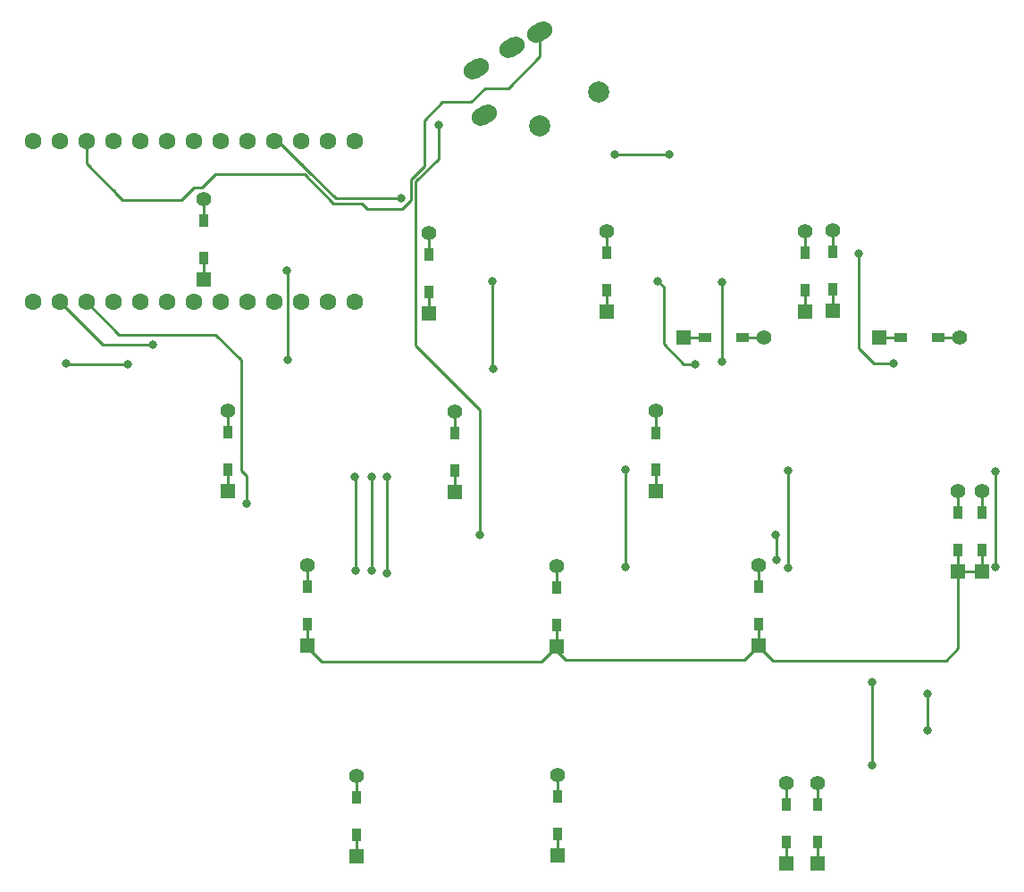
<source format=gbr>
G04 #@! TF.GenerationSoftware,KiCad,Pcbnew,7.0.8*
G04 #@! TF.CreationDate,2024-02-12T18:05:53+09:00*
G04 #@! TF.ProjectId,cool939v2,636f6f6c-3933-4397-9632-2e6b69636164,rev?*
G04 #@! TF.SameCoordinates,Original*
G04 #@! TF.FileFunction,Copper,L1,Top*
G04 #@! TF.FilePolarity,Positive*
%FSLAX46Y46*%
G04 Gerber Fmt 4.6, Leading zero omitted, Abs format (unit mm)*
G04 Created by KiCad (PCBNEW 7.0.8) date 2024-02-12 18:05:53*
%MOMM*%
%LPD*%
G01*
G04 APERTURE LIST*
G04 Aperture macros list*
%AMHorizOval*
0 Thick line with rounded ends*
0 $1 width*
0 $2 $3 position (X,Y) of the first rounded end (center of the circle)*
0 $4 $5 position (X,Y) of the second rounded end (center of the circle)*
0 Add line between two ends*
20,1,$1,$2,$3,$4,$5,0*
0 Add two circle primitives to create the rounded ends*
1,1,$1,$2,$3*
1,1,$1,$4,$5*%
G04 Aperture macros list end*
G04 #@! TA.AperFunction,ComponentPad*
%ADD10C,1.600000*%
G04 #@! TD*
G04 #@! TA.AperFunction,ComponentPad*
%ADD11R,1.397000X1.397000*%
G04 #@! TD*
G04 #@! TA.AperFunction,SMDPad,CuDef*
%ADD12R,0.950000X1.300000*%
G04 #@! TD*
G04 #@! TA.AperFunction,ComponentPad*
%ADD13C,1.397000*%
G04 #@! TD*
G04 #@! TA.AperFunction,SMDPad,CuDef*
%ADD14R,1.300000X0.950000*%
G04 #@! TD*
G04 #@! TA.AperFunction,ComponentPad*
%ADD15HorizOval,1.700000X0.346410X0.200000X-0.346410X-0.200000X0*%
G04 #@! TD*
G04 #@! TA.AperFunction,ComponentPad*
%ADD16C,2.000000*%
G04 #@! TD*
G04 #@! TA.AperFunction,ViaPad*
%ADD17C,0.800000*%
G04 #@! TD*
G04 #@! TA.AperFunction,Conductor*
%ADD18C,0.250000*%
G04 #@! TD*
G04 APERTURE END LIST*
D10*
X23240000Y7990000D03*
X25780000Y7990000D03*
X33400000Y7990000D03*
X35940000Y7990000D03*
X38480000Y7990000D03*
X41020000Y7990000D03*
X43560000Y7990000D03*
X46100000Y7990000D03*
X48640000Y7990000D03*
X51180000Y7990000D03*
X20700000Y7990000D03*
X20700000Y-7250000D03*
X46100000Y-7250000D03*
X51180000Y-7250000D03*
X43560000Y-7250000D03*
X48640000Y-7250000D03*
X41020000Y-7250000D03*
X38480000Y-7250000D03*
X35940000Y-7250000D03*
X33400000Y-7250000D03*
X30860000Y-7250000D03*
X28320000Y-7250000D03*
X25780000Y-7250000D03*
X23240000Y-7250000D03*
X28320000Y7990000D03*
X30860000Y7990000D03*
D11*
X36880000Y-5150000D03*
D12*
X36880000Y-3115000D03*
X36880000Y435000D03*
D13*
X36880000Y2470000D03*
D11*
X58200000Y-8320000D03*
D12*
X58200000Y-6285000D03*
X58200000Y-2735000D03*
D13*
X58200000Y-700000D03*
D11*
X75040000Y-8180000D03*
D12*
X75040000Y-6145000D03*
X75040000Y-2595000D03*
D13*
X75040000Y-560000D03*
D11*
X93900000Y-8210000D03*
D12*
X93900000Y-6175000D03*
X93900000Y-2625000D03*
D13*
X93900000Y-590000D03*
D11*
X96480000Y-8120000D03*
D12*
X96480000Y-6085000D03*
X96480000Y-2535000D03*
D13*
X96480000Y-500000D03*
D11*
X60690000Y-25280000D03*
D12*
X60690000Y-23245000D03*
X60690000Y-19695000D03*
D13*
X60690000Y-17660000D03*
D11*
X79700000Y-25230000D03*
D12*
X79700000Y-23195000D03*
X79700000Y-19645000D03*
D13*
X79700000Y-17610000D03*
D11*
X82340000Y-10620000D03*
D14*
X84375000Y-10620000D03*
X87925000Y-10620000D03*
D13*
X89960000Y-10620000D03*
D11*
X100930000Y-10620000D03*
D14*
X102965000Y-10620000D03*
X106515000Y-10620000D03*
D13*
X108550000Y-10620000D03*
D11*
X70360000Y-39910000D03*
D12*
X70360000Y-37875000D03*
X70360000Y-34325000D03*
D13*
X70360000Y-32290000D03*
D11*
X89480000Y-39850000D03*
D12*
X89480000Y-37815000D03*
X89480000Y-34265000D03*
D13*
X89480000Y-32230000D03*
D11*
X108370000Y-32770000D03*
D12*
X108370000Y-30735000D03*
X108370000Y-27185000D03*
D13*
X108370000Y-25150000D03*
D11*
X110630000Y-32770000D03*
D12*
X110630000Y-30735000D03*
X110630000Y-27185000D03*
D13*
X110630000Y-25150000D03*
D11*
X51350000Y-59820000D03*
D12*
X51350000Y-57785000D03*
X51350000Y-54235000D03*
D13*
X51350000Y-52200000D03*
D11*
X70460000Y-59750000D03*
D12*
X70460000Y-57715000D03*
X70460000Y-54165000D03*
D13*
X70460000Y-52130000D03*
D11*
X92090000Y-60490000D03*
D12*
X92090000Y-58455000D03*
X92090000Y-54905000D03*
D13*
X92090000Y-52870000D03*
D11*
X39220000Y-25200000D03*
D12*
X39220000Y-23165000D03*
X39220000Y-19615000D03*
D13*
X39220000Y-17580000D03*
D11*
X46730000Y-39820000D03*
D12*
X46730000Y-37785000D03*
X46730000Y-34235000D03*
D13*
X46730000Y-32200000D03*
D11*
X95100000Y-60490000D03*
D12*
X95100000Y-58455000D03*
X95100000Y-54905000D03*
D13*
X95100000Y-52870000D03*
D15*
X62679938Y14858653D03*
X66144040Y16858653D03*
X68742116Y18358653D03*
X63480900Y10471347D03*
D16*
X68695417Y9435000D03*
X74324583Y12685000D03*
D17*
X29710000Y-13130000D03*
X23871000Y-13040000D03*
X63040000Y-29350000D03*
X32095000Y-11335000D03*
X51230000Y-23860000D03*
X51270000Y-32720000D03*
X52790000Y-23800000D03*
X52790000Y-32720000D03*
X85960000Y-12940000D03*
X40960000Y-26370000D03*
X85960000Y-5340000D03*
X105470000Y-44420000D03*
X105450000Y-47880000D03*
X59140000Y9550000D03*
X91130000Y-31700000D03*
X91090000Y-29340000D03*
X54220000Y-23800000D03*
X44840000Y-12780000D03*
X44790000Y-4250000D03*
X54270000Y-32970000D03*
X76870000Y-32410000D03*
X64220000Y-5290000D03*
X76870000Y-23190000D03*
X55590000Y2540000D03*
X64290000Y-13600000D03*
X92300000Y-32490000D03*
X100240000Y-51190000D03*
X100240000Y-43320000D03*
X79900000Y-5250000D03*
X83420000Y-13130000D03*
X92240000Y-23210000D03*
X111940000Y-32410000D03*
X98950000Y-2670000D03*
X75850000Y6760000D03*
X81040000Y6730000D03*
X111920000Y-23310000D03*
X102290000Y-13110000D03*
D18*
X49390000Y2540000D02*
X46790000Y5140000D01*
X46790000Y5140000D02*
X46355000Y5575000D01*
X43940000Y7990000D02*
X46790000Y5140000D01*
X43560000Y7990000D02*
X43940000Y7990000D01*
X29710000Y-13130000D02*
X23961000Y-13130000D01*
X23961000Y-13130000D02*
X23871000Y-13040000D01*
X29220000Y2440000D02*
X28955000Y2705000D01*
X28955000Y2705000D02*
X28635000Y3025000D01*
X25780000Y7990000D02*
X25780000Y5880000D01*
X25780000Y5880000D02*
X28955000Y2705000D01*
X29200000Y-10350000D02*
X29640000Y-10350000D01*
X29640000Y-10350000D02*
X38010000Y-10350000D01*
X25780000Y-7250000D02*
X28880000Y-10350000D01*
X28880000Y-10350000D02*
X29640000Y-10350000D01*
X56980000Y4170000D02*
X56980000Y-11390000D01*
X59140000Y9550000D02*
X59140000Y6330000D01*
X59140000Y6330000D02*
X56980000Y4170000D01*
X56980000Y-11390000D02*
X63040000Y-17450000D01*
X63040000Y-17450000D02*
X63040000Y-29350000D01*
X23240000Y-7250000D02*
X27325000Y-11335000D01*
X27325000Y-11335000D02*
X32095000Y-11335000D01*
X36880000Y2230000D02*
X36880000Y195000D01*
X36880000Y2470000D02*
X36880000Y435000D01*
X58200000Y-700000D02*
X58200000Y-2735000D01*
X75040000Y-560000D02*
X75040000Y-2595000D01*
X93900000Y-590000D02*
X93900000Y-2625000D01*
X96480000Y-500000D02*
X96480000Y-2535000D01*
X60690000Y-17660000D02*
X60690000Y-19695000D01*
X79700000Y-17610000D02*
X79700000Y-19645000D01*
X89960000Y-10620000D02*
X87925000Y-10620000D01*
X106515000Y-10620000D02*
X108550000Y-10620000D01*
X70360000Y-32290000D02*
X70360000Y-34325000D01*
X89480000Y-32230000D02*
X89480000Y-34265000D01*
X108370000Y-25150000D02*
X108370000Y-27185000D01*
X110630000Y-25150000D02*
X110630000Y-27185000D01*
X51350000Y-52200000D02*
X51350000Y-54235000D01*
X70460000Y-52130000D02*
X70460000Y-54165000D01*
X92090000Y-54905000D02*
X92090000Y-52870000D01*
X39220000Y-17580000D02*
X39220000Y-19615000D01*
X46730000Y-32200000D02*
X46730000Y-34235000D01*
X95100000Y-52870000D02*
X95100000Y-54905000D01*
X36880000Y-5150000D02*
X36880000Y-3115000D01*
X93900000Y-6175000D02*
X93900000Y-8210000D01*
X58200000Y-6285000D02*
X58200000Y-8320000D01*
X96480000Y-6085000D02*
X96480000Y-8120000D01*
X75040000Y-6145000D02*
X75040000Y-8180000D01*
X36880000Y-3355000D02*
X36880000Y-5390000D01*
X84375000Y-10620000D02*
X82340000Y-10620000D01*
X60690000Y-23245000D02*
X60690000Y-25280000D01*
X39220000Y-23165000D02*
X39220000Y-25200000D01*
X100930000Y-10620000D02*
X102965000Y-10620000D01*
X79700000Y-23195000D02*
X79700000Y-25230000D01*
X110630000Y-30735000D02*
X110630000Y-32770000D01*
X71210000Y-41220000D02*
X88110000Y-41220000D01*
X46730000Y-40030000D02*
X48060000Y-41360000D01*
X46730000Y-39820000D02*
X46730000Y-40030000D01*
X70360000Y-39910000D02*
X70360000Y-40370000D01*
X90790000Y-41260000D02*
X107240000Y-41260000D01*
X88110000Y-41220000D02*
X89480000Y-39850000D01*
X68910000Y-41360000D02*
X70360000Y-39910000D01*
X110630000Y-32770000D02*
X108370000Y-32770000D01*
X89480000Y-39850000D02*
X89480000Y-39950000D01*
X70360000Y-37875000D02*
X70360000Y-39910000D01*
X48060000Y-41360000D02*
X68910000Y-41360000D01*
X51270000Y-32720000D02*
X51270000Y-23900000D01*
X51270000Y-23900000D02*
X51230000Y-23860000D01*
X70360000Y-40370000D02*
X71210000Y-41220000D01*
X89480000Y-37815000D02*
X89480000Y-39850000D01*
X108370000Y-40130000D02*
X108370000Y-32770000D01*
X89480000Y-39950000D02*
X90790000Y-41260000D01*
X46730000Y-37785000D02*
X46730000Y-39820000D01*
X108370000Y-30735000D02*
X108370000Y-32770000D01*
X107240000Y-41260000D02*
X108370000Y-40130000D01*
X92090000Y-60490000D02*
X92090000Y-58455000D01*
X95100000Y-58455000D02*
X95100000Y-60490000D01*
X51350000Y-57785000D02*
X51350000Y-59820000D01*
X70460000Y-57715000D02*
X70460000Y-59750000D01*
X52790000Y-23800000D02*
X52790000Y-32720000D01*
X36728217Y3592999D02*
X35942999Y3592999D01*
X59520000Y11710000D02*
X57790000Y9980000D01*
X55683002Y1560000D02*
X52410000Y1560000D01*
X68742116Y18358653D02*
X68742116Y16024330D01*
X57790000Y5616410D02*
X56529990Y4356400D01*
X57790000Y9980000D02*
X57790000Y5616410D01*
X46428589Y4865001D02*
X38000219Y4865001D01*
X56529990Y4356400D02*
X56529990Y2406988D01*
X49203599Y2089991D02*
X46428589Y4865001D01*
X68742116Y16024330D02*
X65732785Y13014999D01*
X62220000Y11710000D02*
X59520000Y11710000D01*
X35942999Y3592999D02*
X34790000Y2440000D01*
X28312000Y3348000D02*
X28635000Y3025000D01*
X56529990Y2406988D02*
X55683002Y1560000D01*
X52410000Y1560000D02*
X51880010Y2089990D01*
X28635000Y3025000D02*
X28392000Y3268000D01*
X63524999Y13014999D02*
X62220000Y11710000D01*
X34790000Y2440000D02*
X29220000Y2440000D01*
X65732785Y13014999D02*
X63524999Y13014999D01*
X38000219Y4865001D02*
X36728217Y3592999D01*
X51880010Y2089990D02*
X49203599Y2089991D01*
X40420000Y-23250000D02*
X40960000Y-23790000D01*
X38010000Y-10350000D02*
X40420000Y-12760000D01*
X85960000Y-5340000D02*
X85960000Y-12940000D01*
X40420000Y-12760000D02*
X40420000Y-23250000D01*
X40960000Y-23790000D02*
X40960000Y-26370000D01*
X91130000Y-29380000D02*
X91090000Y-29340000D01*
X105470000Y-44420000D02*
X105470000Y-47860000D01*
X91130000Y-31700000D02*
X91130000Y-29380000D01*
X105470000Y-47860000D02*
X105450000Y-47880000D01*
X44810000Y-12750000D02*
X44840000Y-12780000D01*
X44810000Y-4990000D02*
X44810000Y-4270000D01*
X54220000Y-32920000D02*
X54270000Y-32970000D01*
X54220000Y-23800000D02*
X54220000Y-32920000D01*
X44810000Y-9620000D02*
X44810000Y-12750000D01*
X44810000Y-4270000D02*
X44790000Y-4250000D01*
X44810000Y-9620000D02*
X44810000Y-4990000D01*
X46092000Y5838000D02*
X46355000Y5575000D01*
X64220000Y-5290000D02*
X64220000Y-13530000D01*
X55590000Y2540000D02*
X49390000Y2540000D01*
X64220000Y-13530000D02*
X64290000Y-13600000D01*
X76870000Y-23190000D02*
X76870000Y-32410000D01*
X46355000Y5575000D02*
X46172000Y5758000D01*
X80490000Y-11260000D02*
X82360000Y-13130000D01*
X79900000Y-5250000D02*
X80490000Y-5840000D01*
X100240000Y-43320000D02*
X100240000Y-51190000D01*
X92240000Y-23210000D02*
X92240000Y-32430000D01*
X82360000Y-13130000D02*
X83420000Y-13130000D01*
X80490000Y-5840000D02*
X80490000Y-11260000D01*
X92240000Y-32430000D02*
X92300000Y-32490000D01*
X98950000Y-5330000D02*
X98950000Y-2670000D01*
X81010000Y6760000D02*
X81040000Y6730000D01*
X100400000Y-13110000D02*
X102290000Y-13110000D01*
X75850000Y6760000D02*
X81010000Y6760000D01*
X98950000Y-5330000D02*
X98950000Y-11660000D01*
X111920000Y-32390000D02*
X111940000Y-32410000D01*
X98950000Y-11660000D02*
X100400000Y-13110000D01*
X111920000Y-23310000D02*
X111920000Y-32390000D01*
M02*

</source>
